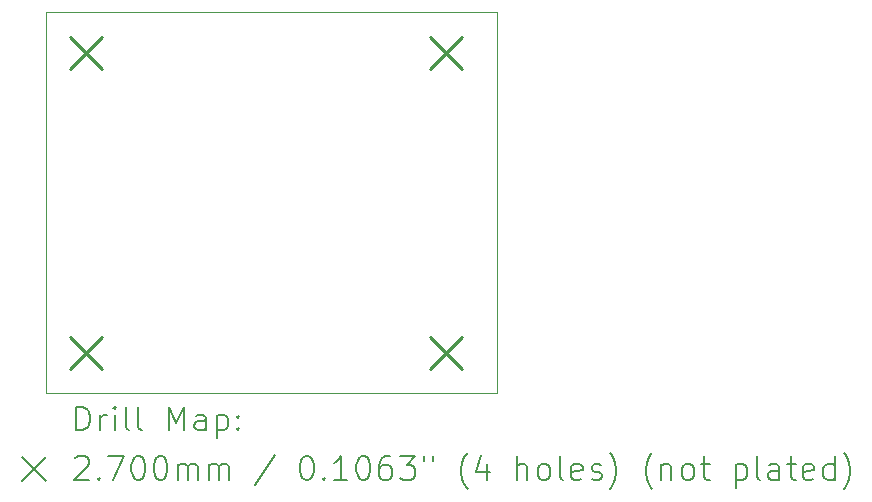
<source format=gbr>
%TF.GenerationSoftware,KiCad,Pcbnew,7.0.10*%
%TF.CreationDate,2024-04-09T17:15:35+02:00*%
%TF.ProjectId,KortsluitingBeperker,4b6f7274-736c-4756-9974-696e67426570,rev?*%
%TF.SameCoordinates,Original*%
%TF.FileFunction,Drillmap*%
%TF.FilePolarity,Positive*%
%FSLAX45Y45*%
G04 Gerber Fmt 4.5, Leading zero omitted, Abs format (unit mm)*
G04 Created by KiCad (PCBNEW 7.0.10) date 2024-04-09 17:15:35*
%MOMM*%
%LPD*%
G01*
G04 APERTURE LIST*
%ADD10C,0.100000*%
%ADD11C,0.200000*%
%ADD12C,0.270000*%
G04 APERTURE END LIST*
D10*
X1437000Y-1437000D02*
X5254000Y-1437000D01*
X5254000Y-4659000D01*
X1437000Y-4659000D01*
X1437000Y-1437000D01*
D11*
D12*
X1643000Y-1643000D02*
X1913000Y-1913000D01*
X1913000Y-1643000D02*
X1643000Y-1913000D01*
X1643000Y-4183000D02*
X1913000Y-4453000D01*
X1913000Y-4183000D02*
X1643000Y-4453000D01*
X4691000Y-1643000D02*
X4961000Y-1913000D01*
X4961000Y-1643000D02*
X4691000Y-1913000D01*
X4691000Y-4183000D02*
X4961000Y-4453000D01*
X4961000Y-4183000D02*
X4691000Y-4453000D01*
D11*
X1692777Y-4975484D02*
X1692777Y-4775484D01*
X1692777Y-4775484D02*
X1740396Y-4775484D01*
X1740396Y-4775484D02*
X1768967Y-4785008D01*
X1768967Y-4785008D02*
X1788015Y-4804055D01*
X1788015Y-4804055D02*
X1797539Y-4823103D01*
X1797539Y-4823103D02*
X1807062Y-4861198D01*
X1807062Y-4861198D02*
X1807062Y-4889770D01*
X1807062Y-4889770D02*
X1797539Y-4927865D01*
X1797539Y-4927865D02*
X1788015Y-4946912D01*
X1788015Y-4946912D02*
X1768967Y-4965960D01*
X1768967Y-4965960D02*
X1740396Y-4975484D01*
X1740396Y-4975484D02*
X1692777Y-4975484D01*
X1892777Y-4975484D02*
X1892777Y-4842150D01*
X1892777Y-4880246D02*
X1902301Y-4861198D01*
X1902301Y-4861198D02*
X1911824Y-4851674D01*
X1911824Y-4851674D02*
X1930872Y-4842150D01*
X1930872Y-4842150D02*
X1949920Y-4842150D01*
X2016586Y-4975484D02*
X2016586Y-4842150D01*
X2016586Y-4775484D02*
X2007062Y-4785008D01*
X2007062Y-4785008D02*
X2016586Y-4794531D01*
X2016586Y-4794531D02*
X2026110Y-4785008D01*
X2026110Y-4785008D02*
X2016586Y-4775484D01*
X2016586Y-4775484D02*
X2016586Y-4794531D01*
X2140396Y-4975484D02*
X2121348Y-4965960D01*
X2121348Y-4965960D02*
X2111824Y-4946912D01*
X2111824Y-4946912D02*
X2111824Y-4775484D01*
X2245158Y-4975484D02*
X2226110Y-4965960D01*
X2226110Y-4965960D02*
X2216586Y-4946912D01*
X2216586Y-4946912D02*
X2216586Y-4775484D01*
X2473729Y-4975484D02*
X2473729Y-4775484D01*
X2473729Y-4775484D02*
X2540396Y-4918341D01*
X2540396Y-4918341D02*
X2607063Y-4775484D01*
X2607063Y-4775484D02*
X2607063Y-4975484D01*
X2788015Y-4975484D02*
X2788015Y-4870722D01*
X2788015Y-4870722D02*
X2778491Y-4851674D01*
X2778491Y-4851674D02*
X2759444Y-4842150D01*
X2759444Y-4842150D02*
X2721348Y-4842150D01*
X2721348Y-4842150D02*
X2702301Y-4851674D01*
X2788015Y-4965960D02*
X2768967Y-4975484D01*
X2768967Y-4975484D02*
X2721348Y-4975484D01*
X2721348Y-4975484D02*
X2702301Y-4965960D01*
X2702301Y-4965960D02*
X2692777Y-4946912D01*
X2692777Y-4946912D02*
X2692777Y-4927865D01*
X2692777Y-4927865D02*
X2702301Y-4908817D01*
X2702301Y-4908817D02*
X2721348Y-4899293D01*
X2721348Y-4899293D02*
X2768967Y-4899293D01*
X2768967Y-4899293D02*
X2788015Y-4889770D01*
X2883253Y-4842150D02*
X2883253Y-5042150D01*
X2883253Y-4851674D02*
X2902301Y-4842150D01*
X2902301Y-4842150D02*
X2940396Y-4842150D01*
X2940396Y-4842150D02*
X2959443Y-4851674D01*
X2959443Y-4851674D02*
X2968967Y-4861198D01*
X2968967Y-4861198D02*
X2978491Y-4880246D01*
X2978491Y-4880246D02*
X2978491Y-4937389D01*
X2978491Y-4937389D02*
X2968967Y-4956436D01*
X2968967Y-4956436D02*
X2959443Y-4965960D01*
X2959443Y-4965960D02*
X2940396Y-4975484D01*
X2940396Y-4975484D02*
X2902301Y-4975484D01*
X2902301Y-4975484D02*
X2883253Y-4965960D01*
X3064205Y-4956436D02*
X3073729Y-4965960D01*
X3073729Y-4965960D02*
X3064205Y-4975484D01*
X3064205Y-4975484D02*
X3054682Y-4965960D01*
X3054682Y-4965960D02*
X3064205Y-4956436D01*
X3064205Y-4956436D02*
X3064205Y-4975484D01*
X3064205Y-4851674D02*
X3073729Y-4861198D01*
X3073729Y-4861198D02*
X3064205Y-4870722D01*
X3064205Y-4870722D02*
X3054682Y-4861198D01*
X3054682Y-4861198D02*
X3064205Y-4851674D01*
X3064205Y-4851674D02*
X3064205Y-4870722D01*
X1232000Y-5204000D02*
X1432000Y-5404000D01*
X1432000Y-5204000D02*
X1232000Y-5404000D01*
X1683253Y-5214531D02*
X1692777Y-5205008D01*
X1692777Y-5205008D02*
X1711824Y-5195484D01*
X1711824Y-5195484D02*
X1759443Y-5195484D01*
X1759443Y-5195484D02*
X1778491Y-5205008D01*
X1778491Y-5205008D02*
X1788015Y-5214531D01*
X1788015Y-5214531D02*
X1797539Y-5233579D01*
X1797539Y-5233579D02*
X1797539Y-5252627D01*
X1797539Y-5252627D02*
X1788015Y-5281198D01*
X1788015Y-5281198D02*
X1673729Y-5395484D01*
X1673729Y-5395484D02*
X1797539Y-5395484D01*
X1883253Y-5376436D02*
X1892777Y-5385960D01*
X1892777Y-5385960D02*
X1883253Y-5395484D01*
X1883253Y-5395484D02*
X1873729Y-5385960D01*
X1873729Y-5385960D02*
X1883253Y-5376436D01*
X1883253Y-5376436D02*
X1883253Y-5395484D01*
X1959443Y-5195484D02*
X2092777Y-5195484D01*
X2092777Y-5195484D02*
X2007062Y-5395484D01*
X2207063Y-5195484D02*
X2226110Y-5195484D01*
X2226110Y-5195484D02*
X2245158Y-5205008D01*
X2245158Y-5205008D02*
X2254682Y-5214531D01*
X2254682Y-5214531D02*
X2264205Y-5233579D01*
X2264205Y-5233579D02*
X2273729Y-5271674D01*
X2273729Y-5271674D02*
X2273729Y-5319293D01*
X2273729Y-5319293D02*
X2264205Y-5357389D01*
X2264205Y-5357389D02*
X2254682Y-5376436D01*
X2254682Y-5376436D02*
X2245158Y-5385960D01*
X2245158Y-5385960D02*
X2226110Y-5395484D01*
X2226110Y-5395484D02*
X2207063Y-5395484D01*
X2207063Y-5395484D02*
X2188015Y-5385960D01*
X2188015Y-5385960D02*
X2178491Y-5376436D01*
X2178491Y-5376436D02*
X2168967Y-5357389D01*
X2168967Y-5357389D02*
X2159444Y-5319293D01*
X2159444Y-5319293D02*
X2159444Y-5271674D01*
X2159444Y-5271674D02*
X2168967Y-5233579D01*
X2168967Y-5233579D02*
X2178491Y-5214531D01*
X2178491Y-5214531D02*
X2188015Y-5205008D01*
X2188015Y-5205008D02*
X2207063Y-5195484D01*
X2397539Y-5195484D02*
X2416586Y-5195484D01*
X2416586Y-5195484D02*
X2435634Y-5205008D01*
X2435634Y-5205008D02*
X2445158Y-5214531D01*
X2445158Y-5214531D02*
X2454682Y-5233579D01*
X2454682Y-5233579D02*
X2464205Y-5271674D01*
X2464205Y-5271674D02*
X2464205Y-5319293D01*
X2464205Y-5319293D02*
X2454682Y-5357389D01*
X2454682Y-5357389D02*
X2445158Y-5376436D01*
X2445158Y-5376436D02*
X2435634Y-5385960D01*
X2435634Y-5385960D02*
X2416586Y-5395484D01*
X2416586Y-5395484D02*
X2397539Y-5395484D01*
X2397539Y-5395484D02*
X2378491Y-5385960D01*
X2378491Y-5385960D02*
X2368967Y-5376436D01*
X2368967Y-5376436D02*
X2359444Y-5357389D01*
X2359444Y-5357389D02*
X2349920Y-5319293D01*
X2349920Y-5319293D02*
X2349920Y-5271674D01*
X2349920Y-5271674D02*
X2359444Y-5233579D01*
X2359444Y-5233579D02*
X2368967Y-5214531D01*
X2368967Y-5214531D02*
X2378491Y-5205008D01*
X2378491Y-5205008D02*
X2397539Y-5195484D01*
X2549920Y-5395484D02*
X2549920Y-5262150D01*
X2549920Y-5281198D02*
X2559444Y-5271674D01*
X2559444Y-5271674D02*
X2578491Y-5262150D01*
X2578491Y-5262150D02*
X2607063Y-5262150D01*
X2607063Y-5262150D02*
X2626110Y-5271674D01*
X2626110Y-5271674D02*
X2635634Y-5290722D01*
X2635634Y-5290722D02*
X2635634Y-5395484D01*
X2635634Y-5290722D02*
X2645158Y-5271674D01*
X2645158Y-5271674D02*
X2664205Y-5262150D01*
X2664205Y-5262150D02*
X2692777Y-5262150D01*
X2692777Y-5262150D02*
X2711825Y-5271674D01*
X2711825Y-5271674D02*
X2721348Y-5290722D01*
X2721348Y-5290722D02*
X2721348Y-5395484D01*
X2816586Y-5395484D02*
X2816586Y-5262150D01*
X2816586Y-5281198D02*
X2826110Y-5271674D01*
X2826110Y-5271674D02*
X2845158Y-5262150D01*
X2845158Y-5262150D02*
X2873729Y-5262150D01*
X2873729Y-5262150D02*
X2892777Y-5271674D01*
X2892777Y-5271674D02*
X2902301Y-5290722D01*
X2902301Y-5290722D02*
X2902301Y-5395484D01*
X2902301Y-5290722D02*
X2911824Y-5271674D01*
X2911824Y-5271674D02*
X2930872Y-5262150D01*
X2930872Y-5262150D02*
X2959443Y-5262150D01*
X2959443Y-5262150D02*
X2978491Y-5271674D01*
X2978491Y-5271674D02*
X2988015Y-5290722D01*
X2988015Y-5290722D02*
X2988015Y-5395484D01*
X3378491Y-5185960D02*
X3207063Y-5443103D01*
X3635634Y-5195484D02*
X3654682Y-5195484D01*
X3654682Y-5195484D02*
X3673729Y-5205008D01*
X3673729Y-5205008D02*
X3683253Y-5214531D01*
X3683253Y-5214531D02*
X3692777Y-5233579D01*
X3692777Y-5233579D02*
X3702301Y-5271674D01*
X3702301Y-5271674D02*
X3702301Y-5319293D01*
X3702301Y-5319293D02*
X3692777Y-5357389D01*
X3692777Y-5357389D02*
X3683253Y-5376436D01*
X3683253Y-5376436D02*
X3673729Y-5385960D01*
X3673729Y-5385960D02*
X3654682Y-5395484D01*
X3654682Y-5395484D02*
X3635634Y-5395484D01*
X3635634Y-5395484D02*
X3616586Y-5385960D01*
X3616586Y-5385960D02*
X3607063Y-5376436D01*
X3607063Y-5376436D02*
X3597539Y-5357389D01*
X3597539Y-5357389D02*
X3588015Y-5319293D01*
X3588015Y-5319293D02*
X3588015Y-5271674D01*
X3588015Y-5271674D02*
X3597539Y-5233579D01*
X3597539Y-5233579D02*
X3607063Y-5214531D01*
X3607063Y-5214531D02*
X3616586Y-5205008D01*
X3616586Y-5205008D02*
X3635634Y-5195484D01*
X3788015Y-5376436D02*
X3797539Y-5385960D01*
X3797539Y-5385960D02*
X3788015Y-5395484D01*
X3788015Y-5395484D02*
X3778491Y-5385960D01*
X3778491Y-5385960D02*
X3788015Y-5376436D01*
X3788015Y-5376436D02*
X3788015Y-5395484D01*
X3988015Y-5395484D02*
X3873729Y-5395484D01*
X3930872Y-5395484D02*
X3930872Y-5195484D01*
X3930872Y-5195484D02*
X3911825Y-5224055D01*
X3911825Y-5224055D02*
X3892777Y-5243103D01*
X3892777Y-5243103D02*
X3873729Y-5252627D01*
X4111825Y-5195484D02*
X4130872Y-5195484D01*
X4130872Y-5195484D02*
X4149920Y-5205008D01*
X4149920Y-5205008D02*
X4159444Y-5214531D01*
X4159444Y-5214531D02*
X4168967Y-5233579D01*
X4168967Y-5233579D02*
X4178491Y-5271674D01*
X4178491Y-5271674D02*
X4178491Y-5319293D01*
X4178491Y-5319293D02*
X4168967Y-5357389D01*
X4168967Y-5357389D02*
X4159444Y-5376436D01*
X4159444Y-5376436D02*
X4149920Y-5385960D01*
X4149920Y-5385960D02*
X4130872Y-5395484D01*
X4130872Y-5395484D02*
X4111825Y-5395484D01*
X4111825Y-5395484D02*
X4092777Y-5385960D01*
X4092777Y-5385960D02*
X4083253Y-5376436D01*
X4083253Y-5376436D02*
X4073729Y-5357389D01*
X4073729Y-5357389D02*
X4064206Y-5319293D01*
X4064206Y-5319293D02*
X4064206Y-5271674D01*
X4064206Y-5271674D02*
X4073729Y-5233579D01*
X4073729Y-5233579D02*
X4083253Y-5214531D01*
X4083253Y-5214531D02*
X4092777Y-5205008D01*
X4092777Y-5205008D02*
X4111825Y-5195484D01*
X4349920Y-5195484D02*
X4311825Y-5195484D01*
X4311825Y-5195484D02*
X4292777Y-5205008D01*
X4292777Y-5205008D02*
X4283253Y-5214531D01*
X4283253Y-5214531D02*
X4264206Y-5243103D01*
X4264206Y-5243103D02*
X4254682Y-5281198D01*
X4254682Y-5281198D02*
X4254682Y-5357389D01*
X4254682Y-5357389D02*
X4264206Y-5376436D01*
X4264206Y-5376436D02*
X4273729Y-5385960D01*
X4273729Y-5385960D02*
X4292777Y-5395484D01*
X4292777Y-5395484D02*
X4330872Y-5395484D01*
X4330872Y-5395484D02*
X4349920Y-5385960D01*
X4349920Y-5385960D02*
X4359444Y-5376436D01*
X4359444Y-5376436D02*
X4368968Y-5357389D01*
X4368968Y-5357389D02*
X4368968Y-5309770D01*
X4368968Y-5309770D02*
X4359444Y-5290722D01*
X4359444Y-5290722D02*
X4349920Y-5281198D01*
X4349920Y-5281198D02*
X4330872Y-5271674D01*
X4330872Y-5271674D02*
X4292777Y-5271674D01*
X4292777Y-5271674D02*
X4273729Y-5281198D01*
X4273729Y-5281198D02*
X4264206Y-5290722D01*
X4264206Y-5290722D02*
X4254682Y-5309770D01*
X4435634Y-5195484D02*
X4559444Y-5195484D01*
X4559444Y-5195484D02*
X4492777Y-5271674D01*
X4492777Y-5271674D02*
X4521349Y-5271674D01*
X4521349Y-5271674D02*
X4540396Y-5281198D01*
X4540396Y-5281198D02*
X4549920Y-5290722D01*
X4549920Y-5290722D02*
X4559444Y-5309770D01*
X4559444Y-5309770D02*
X4559444Y-5357389D01*
X4559444Y-5357389D02*
X4549920Y-5376436D01*
X4549920Y-5376436D02*
X4540396Y-5385960D01*
X4540396Y-5385960D02*
X4521349Y-5395484D01*
X4521349Y-5395484D02*
X4464206Y-5395484D01*
X4464206Y-5395484D02*
X4445158Y-5385960D01*
X4445158Y-5385960D02*
X4435634Y-5376436D01*
X4635634Y-5195484D02*
X4635634Y-5233579D01*
X4711825Y-5195484D02*
X4711825Y-5233579D01*
X5007063Y-5471674D02*
X4997539Y-5462150D01*
X4997539Y-5462150D02*
X4978491Y-5433579D01*
X4978491Y-5433579D02*
X4968968Y-5414531D01*
X4968968Y-5414531D02*
X4959444Y-5385960D01*
X4959444Y-5385960D02*
X4949920Y-5338341D01*
X4949920Y-5338341D02*
X4949920Y-5300246D01*
X4949920Y-5300246D02*
X4959444Y-5252627D01*
X4959444Y-5252627D02*
X4968968Y-5224055D01*
X4968968Y-5224055D02*
X4978491Y-5205008D01*
X4978491Y-5205008D02*
X4997539Y-5176436D01*
X4997539Y-5176436D02*
X5007063Y-5166912D01*
X5168968Y-5262150D02*
X5168968Y-5395484D01*
X5121349Y-5185960D02*
X5073730Y-5328817D01*
X5073730Y-5328817D02*
X5197539Y-5328817D01*
X5426111Y-5395484D02*
X5426111Y-5195484D01*
X5511825Y-5395484D02*
X5511825Y-5290722D01*
X5511825Y-5290722D02*
X5502301Y-5271674D01*
X5502301Y-5271674D02*
X5483253Y-5262150D01*
X5483253Y-5262150D02*
X5454682Y-5262150D01*
X5454682Y-5262150D02*
X5435634Y-5271674D01*
X5435634Y-5271674D02*
X5426111Y-5281198D01*
X5635634Y-5395484D02*
X5616587Y-5385960D01*
X5616587Y-5385960D02*
X5607063Y-5376436D01*
X5607063Y-5376436D02*
X5597539Y-5357389D01*
X5597539Y-5357389D02*
X5597539Y-5300246D01*
X5597539Y-5300246D02*
X5607063Y-5281198D01*
X5607063Y-5281198D02*
X5616587Y-5271674D01*
X5616587Y-5271674D02*
X5635634Y-5262150D01*
X5635634Y-5262150D02*
X5664206Y-5262150D01*
X5664206Y-5262150D02*
X5683253Y-5271674D01*
X5683253Y-5271674D02*
X5692777Y-5281198D01*
X5692777Y-5281198D02*
X5702301Y-5300246D01*
X5702301Y-5300246D02*
X5702301Y-5357389D01*
X5702301Y-5357389D02*
X5692777Y-5376436D01*
X5692777Y-5376436D02*
X5683253Y-5385960D01*
X5683253Y-5385960D02*
X5664206Y-5395484D01*
X5664206Y-5395484D02*
X5635634Y-5395484D01*
X5816587Y-5395484D02*
X5797539Y-5385960D01*
X5797539Y-5385960D02*
X5788015Y-5366912D01*
X5788015Y-5366912D02*
X5788015Y-5195484D01*
X5968968Y-5385960D02*
X5949920Y-5395484D01*
X5949920Y-5395484D02*
X5911825Y-5395484D01*
X5911825Y-5395484D02*
X5892777Y-5385960D01*
X5892777Y-5385960D02*
X5883253Y-5366912D01*
X5883253Y-5366912D02*
X5883253Y-5290722D01*
X5883253Y-5290722D02*
X5892777Y-5271674D01*
X5892777Y-5271674D02*
X5911825Y-5262150D01*
X5911825Y-5262150D02*
X5949920Y-5262150D01*
X5949920Y-5262150D02*
X5968968Y-5271674D01*
X5968968Y-5271674D02*
X5978491Y-5290722D01*
X5978491Y-5290722D02*
X5978491Y-5309770D01*
X5978491Y-5309770D02*
X5883253Y-5328817D01*
X6054682Y-5385960D02*
X6073730Y-5395484D01*
X6073730Y-5395484D02*
X6111825Y-5395484D01*
X6111825Y-5395484D02*
X6130872Y-5385960D01*
X6130872Y-5385960D02*
X6140396Y-5366912D01*
X6140396Y-5366912D02*
X6140396Y-5357389D01*
X6140396Y-5357389D02*
X6130872Y-5338341D01*
X6130872Y-5338341D02*
X6111825Y-5328817D01*
X6111825Y-5328817D02*
X6083253Y-5328817D01*
X6083253Y-5328817D02*
X6064206Y-5319293D01*
X6064206Y-5319293D02*
X6054682Y-5300246D01*
X6054682Y-5300246D02*
X6054682Y-5290722D01*
X6054682Y-5290722D02*
X6064206Y-5271674D01*
X6064206Y-5271674D02*
X6083253Y-5262150D01*
X6083253Y-5262150D02*
X6111825Y-5262150D01*
X6111825Y-5262150D02*
X6130872Y-5271674D01*
X6207063Y-5471674D02*
X6216587Y-5462150D01*
X6216587Y-5462150D02*
X6235634Y-5433579D01*
X6235634Y-5433579D02*
X6245158Y-5414531D01*
X6245158Y-5414531D02*
X6254682Y-5385960D01*
X6254682Y-5385960D02*
X6264206Y-5338341D01*
X6264206Y-5338341D02*
X6264206Y-5300246D01*
X6264206Y-5300246D02*
X6254682Y-5252627D01*
X6254682Y-5252627D02*
X6245158Y-5224055D01*
X6245158Y-5224055D02*
X6235634Y-5205008D01*
X6235634Y-5205008D02*
X6216587Y-5176436D01*
X6216587Y-5176436D02*
X6207063Y-5166912D01*
X6568968Y-5471674D02*
X6559444Y-5462150D01*
X6559444Y-5462150D02*
X6540396Y-5433579D01*
X6540396Y-5433579D02*
X6530872Y-5414531D01*
X6530872Y-5414531D02*
X6521349Y-5385960D01*
X6521349Y-5385960D02*
X6511825Y-5338341D01*
X6511825Y-5338341D02*
X6511825Y-5300246D01*
X6511825Y-5300246D02*
X6521349Y-5252627D01*
X6521349Y-5252627D02*
X6530872Y-5224055D01*
X6530872Y-5224055D02*
X6540396Y-5205008D01*
X6540396Y-5205008D02*
X6559444Y-5176436D01*
X6559444Y-5176436D02*
X6568968Y-5166912D01*
X6645158Y-5262150D02*
X6645158Y-5395484D01*
X6645158Y-5281198D02*
X6654682Y-5271674D01*
X6654682Y-5271674D02*
X6673730Y-5262150D01*
X6673730Y-5262150D02*
X6702301Y-5262150D01*
X6702301Y-5262150D02*
X6721349Y-5271674D01*
X6721349Y-5271674D02*
X6730872Y-5290722D01*
X6730872Y-5290722D02*
X6730872Y-5395484D01*
X6854682Y-5395484D02*
X6835634Y-5385960D01*
X6835634Y-5385960D02*
X6826111Y-5376436D01*
X6826111Y-5376436D02*
X6816587Y-5357389D01*
X6816587Y-5357389D02*
X6816587Y-5300246D01*
X6816587Y-5300246D02*
X6826111Y-5281198D01*
X6826111Y-5281198D02*
X6835634Y-5271674D01*
X6835634Y-5271674D02*
X6854682Y-5262150D01*
X6854682Y-5262150D02*
X6883253Y-5262150D01*
X6883253Y-5262150D02*
X6902301Y-5271674D01*
X6902301Y-5271674D02*
X6911825Y-5281198D01*
X6911825Y-5281198D02*
X6921349Y-5300246D01*
X6921349Y-5300246D02*
X6921349Y-5357389D01*
X6921349Y-5357389D02*
X6911825Y-5376436D01*
X6911825Y-5376436D02*
X6902301Y-5385960D01*
X6902301Y-5385960D02*
X6883253Y-5395484D01*
X6883253Y-5395484D02*
X6854682Y-5395484D01*
X6978492Y-5262150D02*
X7054682Y-5262150D01*
X7007063Y-5195484D02*
X7007063Y-5366912D01*
X7007063Y-5366912D02*
X7016587Y-5385960D01*
X7016587Y-5385960D02*
X7035634Y-5395484D01*
X7035634Y-5395484D02*
X7054682Y-5395484D01*
X7273730Y-5262150D02*
X7273730Y-5462150D01*
X7273730Y-5271674D02*
X7292777Y-5262150D01*
X7292777Y-5262150D02*
X7330873Y-5262150D01*
X7330873Y-5262150D02*
X7349920Y-5271674D01*
X7349920Y-5271674D02*
X7359444Y-5281198D01*
X7359444Y-5281198D02*
X7368968Y-5300246D01*
X7368968Y-5300246D02*
X7368968Y-5357389D01*
X7368968Y-5357389D02*
X7359444Y-5376436D01*
X7359444Y-5376436D02*
X7349920Y-5385960D01*
X7349920Y-5385960D02*
X7330873Y-5395484D01*
X7330873Y-5395484D02*
X7292777Y-5395484D01*
X7292777Y-5395484D02*
X7273730Y-5385960D01*
X7483253Y-5395484D02*
X7464206Y-5385960D01*
X7464206Y-5385960D02*
X7454682Y-5366912D01*
X7454682Y-5366912D02*
X7454682Y-5195484D01*
X7645158Y-5395484D02*
X7645158Y-5290722D01*
X7645158Y-5290722D02*
X7635634Y-5271674D01*
X7635634Y-5271674D02*
X7616587Y-5262150D01*
X7616587Y-5262150D02*
X7578492Y-5262150D01*
X7578492Y-5262150D02*
X7559444Y-5271674D01*
X7645158Y-5385960D02*
X7626111Y-5395484D01*
X7626111Y-5395484D02*
X7578492Y-5395484D01*
X7578492Y-5395484D02*
X7559444Y-5385960D01*
X7559444Y-5385960D02*
X7549920Y-5366912D01*
X7549920Y-5366912D02*
X7549920Y-5347865D01*
X7549920Y-5347865D02*
X7559444Y-5328817D01*
X7559444Y-5328817D02*
X7578492Y-5319293D01*
X7578492Y-5319293D02*
X7626111Y-5319293D01*
X7626111Y-5319293D02*
X7645158Y-5309770D01*
X7711825Y-5262150D02*
X7788015Y-5262150D01*
X7740396Y-5195484D02*
X7740396Y-5366912D01*
X7740396Y-5366912D02*
X7749920Y-5385960D01*
X7749920Y-5385960D02*
X7768968Y-5395484D01*
X7768968Y-5395484D02*
X7788015Y-5395484D01*
X7930873Y-5385960D02*
X7911825Y-5395484D01*
X7911825Y-5395484D02*
X7873730Y-5395484D01*
X7873730Y-5395484D02*
X7854682Y-5385960D01*
X7854682Y-5385960D02*
X7845158Y-5366912D01*
X7845158Y-5366912D02*
X7845158Y-5290722D01*
X7845158Y-5290722D02*
X7854682Y-5271674D01*
X7854682Y-5271674D02*
X7873730Y-5262150D01*
X7873730Y-5262150D02*
X7911825Y-5262150D01*
X7911825Y-5262150D02*
X7930873Y-5271674D01*
X7930873Y-5271674D02*
X7940396Y-5290722D01*
X7940396Y-5290722D02*
X7940396Y-5309770D01*
X7940396Y-5309770D02*
X7845158Y-5328817D01*
X8111825Y-5395484D02*
X8111825Y-5195484D01*
X8111825Y-5385960D02*
X8092777Y-5395484D01*
X8092777Y-5395484D02*
X8054682Y-5395484D01*
X8054682Y-5395484D02*
X8035634Y-5385960D01*
X8035634Y-5385960D02*
X8026111Y-5376436D01*
X8026111Y-5376436D02*
X8016587Y-5357389D01*
X8016587Y-5357389D02*
X8016587Y-5300246D01*
X8016587Y-5300246D02*
X8026111Y-5281198D01*
X8026111Y-5281198D02*
X8035634Y-5271674D01*
X8035634Y-5271674D02*
X8054682Y-5262150D01*
X8054682Y-5262150D02*
X8092777Y-5262150D01*
X8092777Y-5262150D02*
X8111825Y-5271674D01*
X8188015Y-5471674D02*
X8197539Y-5462150D01*
X8197539Y-5462150D02*
X8216587Y-5433579D01*
X8216587Y-5433579D02*
X8226111Y-5414531D01*
X8226111Y-5414531D02*
X8235634Y-5385960D01*
X8235634Y-5385960D02*
X8245158Y-5338341D01*
X8245158Y-5338341D02*
X8245158Y-5300246D01*
X8245158Y-5300246D02*
X8235634Y-5252627D01*
X8235634Y-5252627D02*
X8226111Y-5224055D01*
X8226111Y-5224055D02*
X8216587Y-5205008D01*
X8216587Y-5205008D02*
X8197539Y-5176436D01*
X8197539Y-5176436D02*
X8188015Y-5166912D01*
M02*

</source>
